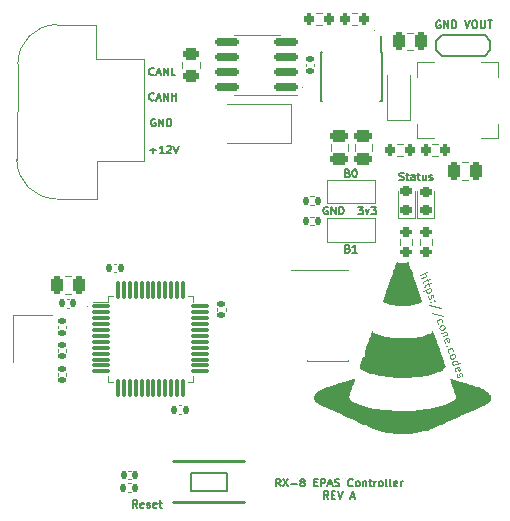
<source format=gbr>
%TF.GenerationSoftware,KiCad,Pcbnew,(6.0.2-0)*%
%TF.CreationDate,2022-05-22T12:16:40-06:00*%
%TF.ProjectId,epas-controller,65706173-2d63-46f6-9e74-726f6c6c6572,rev?*%
%TF.SameCoordinates,Original*%
%TF.FileFunction,Legend,Top*%
%TF.FilePolarity,Positive*%
%FSLAX46Y46*%
G04 Gerber Fmt 4.6, Leading zero omitted, Abs format (unit mm)*
G04 Created by KiCad (PCBNEW (6.0.2-0)) date 2022-05-22 12:16:40*
%MOMM*%
%LPD*%
G01*
G04 APERTURE LIST*
G04 Aperture macros list*
%AMRoundRect*
0 Rectangle with rounded corners*
0 $1 Rounding radius*
0 $2 $3 $4 $5 $6 $7 $8 $9 X,Y pos of 4 corners*
0 Add a 4 corners polygon primitive as box body*
4,1,4,$2,$3,$4,$5,$6,$7,$8,$9,$2,$3,0*
0 Add four circle primitives for the rounded corners*
1,1,$1+$1,$2,$3*
1,1,$1+$1,$4,$5*
1,1,$1+$1,$6,$7*
1,1,$1+$1,$8,$9*
0 Add four rect primitives between the rounded corners*
20,1,$1+$1,$2,$3,$4,$5,0*
20,1,$1+$1,$4,$5,$6,$7,0*
20,1,$1+$1,$6,$7,$8,$9,0*
20,1,$1+$1,$8,$9,$2,$3,0*%
G04 Aperture macros list end*
%ADD10C,0.125000*%
%ADD11C,0.120000*%
%ADD12C,0.150000*%
%ADD13C,0.254000*%
%ADD14C,0.127000*%
%ADD15RoundRect,0.140000X-0.170000X0.140000X-0.170000X-0.140000X0.170000X-0.140000X0.170000X0.140000X0*%
%ADD16RoundRect,0.075000X-0.662500X-0.075000X0.662500X-0.075000X0.662500X0.075000X-0.662500X0.075000X0*%
%ADD17RoundRect,0.075000X-0.075000X-0.662500X0.075000X-0.662500X0.075000X0.662500X-0.075000X0.662500X0*%
%ADD18R,1.200000X1.400000*%
%ADD19RoundRect,0.140000X0.170000X-0.140000X0.170000X0.140000X-0.170000X0.140000X-0.170000X-0.140000X0*%
%ADD20R,2.400000X0.740000*%
%ADD21RoundRect,0.250000X0.250000X0.475000X-0.250000X0.475000X-0.250000X-0.475000X0.250000X-0.475000X0*%
%ADD22RoundRect,0.140000X0.140000X0.170000X-0.140000X0.170000X-0.140000X-0.170000X0.140000X-0.170000X0*%
%ADD23RoundRect,0.250000X-0.250000X-0.475000X0.250000X-0.475000X0.250000X0.475000X-0.250000X0.475000X0*%
%ADD24RoundRect,0.135000X0.135000X0.185000X-0.135000X0.185000X-0.135000X-0.185000X0.135000X-0.185000X0*%
%ADD25RoundRect,0.218750X0.256250X-0.218750X0.256250X0.218750X-0.256250X0.218750X-0.256250X-0.218750X0*%
%ADD26R,1.600000X5.700000*%
%ADD27RoundRect,0.250000X0.450000X-0.262500X0.450000X0.262500X-0.450000X0.262500X-0.450000X-0.262500X0*%
%ADD28RoundRect,0.140000X-0.140000X-0.170000X0.140000X-0.170000X0.140000X0.170000X-0.140000X0.170000X0*%
%ADD29RoundRect,0.200000X-0.200000X-0.275000X0.200000X-0.275000X0.200000X0.275000X-0.200000X0.275000X0*%
%ADD30C,0.800000*%
%ADD31C,6.400000*%
%ADD32R,1.000000X1.500000*%
%ADD33RoundRect,0.200000X-0.275000X0.200000X-0.275000X-0.200000X0.275000X-0.200000X0.275000X0.200000X0*%
%ADD34R,1.100000X1.100000*%
%ADD35C,1.400000*%
%ADD36C,1.800000*%
%ADD37C,4.000000*%
%ADD38R,2.000000X2.000000*%
%ADD39RoundRect,0.250000X-0.475000X0.250000X-0.475000X-0.250000X0.475000X-0.250000X0.475000X0.250000X0*%
%ADD40R,2.500000X1.800000*%
%ADD41R,0.600000X1.550000*%
%ADD42R,3.100000X2.600000*%
%ADD43RoundRect,0.150000X0.825000X0.150000X-0.825000X0.150000X-0.825000X-0.150000X0.825000X-0.150000X0*%
G04 APERTURE END LIST*
D10*
X51896321Y-41416797D02*
X52507121Y-41194484D01*
X51991598Y-41678568D02*
X52311541Y-41562119D01*
X52359126Y-41511860D01*
X52367039Y-41443102D01*
X52335280Y-41355845D01*
X52285022Y-41308260D01*
X52245349Y-41289761D01*
X52472902Y-41733960D02*
X52557593Y-41966645D01*
X52708261Y-41747112D02*
X52184718Y-41937667D01*
X52137133Y-41987925D01*
X52129220Y-42056683D01*
X52150393Y-42114854D01*
X52599938Y-42082988D02*
X52684629Y-42315674D01*
X52835297Y-42096141D02*
X52311754Y-42286695D01*
X52264169Y-42336954D01*
X52256256Y-42405711D01*
X52277429Y-42463883D01*
X52758733Y-42519274D02*
X52147933Y-42741587D01*
X52729648Y-42529861D02*
X52779906Y-42577446D01*
X52822251Y-42693789D01*
X52814338Y-42762546D01*
X52795839Y-42802218D01*
X52748254Y-42852477D01*
X52573740Y-42915995D01*
X52504982Y-42908082D01*
X52465310Y-42889582D01*
X52415051Y-42841997D01*
X52372706Y-42725654D01*
X52380619Y-42656897D01*
X52571173Y-43180440D02*
X52563260Y-43249197D01*
X52605605Y-43365540D01*
X52655864Y-43413125D01*
X52724622Y-43421039D01*
X52753707Y-43410452D01*
X52801292Y-43360194D01*
X52809205Y-43291436D01*
X52777446Y-43204179D01*
X52785360Y-43135421D01*
X52832945Y-43085163D01*
X52862030Y-43074576D01*
X52930788Y-43082489D01*
X52981047Y-43130074D01*
X53012806Y-43217332D01*
X53004893Y-43286089D01*
X52790813Y-43693396D02*
X52772314Y-43733068D01*
X52732641Y-43714569D01*
X52751141Y-43674897D01*
X52790813Y-43693396D01*
X52732641Y-43714569D01*
X53110756Y-43576947D02*
X53092257Y-43616619D01*
X53052584Y-43598119D01*
X53071084Y-43558447D01*
X53110756Y-43576947D01*
X53052584Y-43598119D01*
X53637186Y-44208813D02*
X52661317Y-43971101D01*
X53870085Y-44848699D02*
X52894217Y-44610987D01*
X53428666Y-45536383D02*
X53378408Y-45488798D01*
X53336063Y-45372455D01*
X53343976Y-45303698D01*
X53362475Y-45264025D01*
X53410060Y-45213767D01*
X53584575Y-45150249D01*
X53653332Y-45158162D01*
X53693004Y-45176661D01*
X53743263Y-45224247D01*
X53785608Y-45340589D01*
X53777695Y-45409347D01*
X53526617Y-45895998D02*
X53534530Y-45827241D01*
X53553029Y-45787568D01*
X53600614Y-45737310D01*
X53775129Y-45673792D01*
X53843886Y-45681705D01*
X53883559Y-45700204D01*
X53933817Y-45747790D01*
X53965576Y-45835047D01*
X53957663Y-45903805D01*
X53939164Y-45943477D01*
X53891578Y-45993735D01*
X53717064Y-46057253D01*
X53648306Y-46049340D01*
X53608634Y-46030841D01*
X53558376Y-45983256D01*
X53526617Y-45895998D01*
X54103198Y-46213161D02*
X53695998Y-46361370D01*
X54045027Y-46234334D02*
X54084699Y-46252833D01*
X54134957Y-46300418D01*
X54166716Y-46387676D01*
X54158803Y-46456433D01*
X54111218Y-46506692D01*
X53791275Y-46623141D01*
X54010915Y-47136098D02*
X53960657Y-47088513D01*
X53918311Y-46972170D01*
X53926224Y-46903412D01*
X53973809Y-46853154D01*
X54206495Y-46768463D01*
X54275253Y-46776376D01*
X54325511Y-46823961D01*
X54367857Y-46940304D01*
X54359944Y-47009062D01*
X54312359Y-47059320D01*
X54254187Y-47080493D01*
X54090152Y-46810809D01*
X54145864Y-47416369D02*
X54127365Y-47456041D01*
X54087693Y-47437542D01*
X54106192Y-47397870D01*
X54145864Y-47416369D01*
X54087693Y-47437542D01*
X54317919Y-47979584D02*
X54267660Y-47931999D01*
X54225315Y-47815656D01*
X54233228Y-47746898D01*
X54251728Y-47707226D01*
X54299313Y-47656968D01*
X54473827Y-47593450D01*
X54542585Y-47601363D01*
X54582257Y-47619862D01*
X54632515Y-47667447D01*
X54674861Y-47783790D01*
X54666948Y-47852548D01*
X54415869Y-48339199D02*
X54423782Y-48270441D01*
X54442282Y-48230769D01*
X54489867Y-48180511D01*
X54664381Y-48116993D01*
X54733139Y-48124906D01*
X54772811Y-48143405D01*
X54823069Y-48190990D01*
X54854828Y-48278248D01*
X54846915Y-48347005D01*
X54828416Y-48386677D01*
X54780831Y-48436936D01*
X54606316Y-48500454D01*
X54537559Y-48492541D01*
X54497887Y-48474041D01*
X54447628Y-48426456D01*
X54415869Y-48339199D01*
X54680528Y-49066342D02*
X55291328Y-48844029D01*
X54709613Y-49055756D02*
X54659355Y-49008171D01*
X54617010Y-48891828D01*
X54624923Y-48823070D01*
X54643422Y-48783398D01*
X54691007Y-48733140D01*
X54865521Y-48669622D01*
X54934279Y-48677535D01*
X54973951Y-48696034D01*
X55024210Y-48743619D01*
X55066555Y-48859962D01*
X55058642Y-48928720D01*
X54900167Y-49579299D02*
X54849909Y-49531714D01*
X54807564Y-49415371D01*
X54815477Y-49346613D01*
X54863062Y-49296355D01*
X55095748Y-49211664D01*
X55164505Y-49219577D01*
X55214764Y-49267162D01*
X55257109Y-49383505D01*
X55249196Y-49452263D01*
X55201611Y-49502521D01*
X55143440Y-49523694D01*
X54979405Y-49254009D01*
X54995444Y-49841070D02*
X54987531Y-49909828D01*
X55029877Y-50026171D01*
X55080135Y-50073756D01*
X55148893Y-50081669D01*
X55177979Y-50071083D01*
X55225564Y-50020825D01*
X55233477Y-49952067D01*
X55201718Y-49864810D01*
X55209631Y-49796052D01*
X55257216Y-49745793D01*
X55286302Y-49735207D01*
X55355059Y-49743120D01*
X55405318Y-49790705D01*
X55437077Y-49877962D01*
X55429164Y-49946720D01*
D11*
X23775000Y-44075000D02*
G75*
G03*
X23775000Y-44075000I-50000J0D01*
G01*
X41975000Y-25525000D02*
G75*
G03*
X41975000Y-25525000I-50000J0D01*
G01*
X40375000Y-41650000D02*
G75*
G03*
X40375000Y-41650000I-50000J0D01*
G01*
X48025000Y-20700000D02*
G75*
G03*
X48025000Y-20700000I-50000J0D01*
G01*
D12*
X29054761Y-30871428D02*
X29550000Y-30871428D01*
X29302380Y-31119047D02*
X29302380Y-30623809D01*
X30200000Y-31119047D02*
X29828571Y-31119047D01*
X30014285Y-31119047D02*
X30014285Y-30469047D01*
X29952380Y-30561904D01*
X29890476Y-30623809D01*
X29828571Y-30654761D01*
X30447619Y-30530952D02*
X30478571Y-30500000D01*
X30540476Y-30469047D01*
X30695238Y-30469047D01*
X30757142Y-30500000D01*
X30788095Y-30530952D01*
X30819047Y-30592857D01*
X30819047Y-30654761D01*
X30788095Y-30747619D01*
X30416666Y-31119047D01*
X30819047Y-31119047D01*
X31004761Y-30469047D02*
X31221428Y-31119047D01*
X31438095Y-30469047D01*
X45761904Y-39178571D02*
X45854761Y-39209523D01*
X45885714Y-39240476D01*
X45916666Y-39302380D01*
X45916666Y-39395238D01*
X45885714Y-39457142D01*
X45854761Y-39488095D01*
X45792857Y-39519047D01*
X45545238Y-39519047D01*
X45545238Y-38869047D01*
X45761904Y-38869047D01*
X45823809Y-38900000D01*
X45854761Y-38930952D01*
X45885714Y-38992857D01*
X45885714Y-39054761D01*
X45854761Y-39116666D01*
X45823809Y-39147619D01*
X45761904Y-39178571D01*
X45545238Y-39178571D01*
X46535714Y-39519047D02*
X46164285Y-39519047D01*
X46350000Y-39519047D02*
X46350000Y-38869047D01*
X46288095Y-38961904D01*
X46226190Y-39023809D01*
X46164285Y-39054761D01*
X50141666Y-33363095D02*
X50234523Y-33394047D01*
X50389285Y-33394047D01*
X50451190Y-33363095D01*
X50482142Y-33332142D01*
X50513095Y-33270238D01*
X50513095Y-33208333D01*
X50482142Y-33146428D01*
X50451190Y-33115476D01*
X50389285Y-33084523D01*
X50265476Y-33053571D01*
X50203571Y-33022619D01*
X50172619Y-32991666D01*
X50141666Y-32929761D01*
X50141666Y-32867857D01*
X50172619Y-32805952D01*
X50203571Y-32775000D01*
X50265476Y-32744047D01*
X50420238Y-32744047D01*
X50513095Y-32775000D01*
X50698809Y-32960714D02*
X50946428Y-32960714D01*
X50791666Y-32744047D02*
X50791666Y-33301190D01*
X50822619Y-33363095D01*
X50884523Y-33394047D01*
X50946428Y-33394047D01*
X51441666Y-33394047D02*
X51441666Y-33053571D01*
X51410714Y-32991666D01*
X51348809Y-32960714D01*
X51225000Y-32960714D01*
X51163095Y-32991666D01*
X51441666Y-33363095D02*
X51379761Y-33394047D01*
X51225000Y-33394047D01*
X51163095Y-33363095D01*
X51132142Y-33301190D01*
X51132142Y-33239285D01*
X51163095Y-33177380D01*
X51225000Y-33146428D01*
X51379761Y-33146428D01*
X51441666Y-33115476D01*
X51658333Y-32960714D02*
X51905952Y-32960714D01*
X51751190Y-32744047D02*
X51751190Y-33301190D01*
X51782142Y-33363095D01*
X51844047Y-33394047D01*
X51905952Y-33394047D01*
X52401190Y-32960714D02*
X52401190Y-33394047D01*
X52122619Y-32960714D02*
X52122619Y-33301190D01*
X52153571Y-33363095D01*
X52215476Y-33394047D01*
X52308333Y-33394047D01*
X52370238Y-33363095D01*
X52401190Y-33332142D01*
X52679761Y-33363095D02*
X52741666Y-33394047D01*
X52865476Y-33394047D01*
X52927380Y-33363095D01*
X52958333Y-33301190D01*
X52958333Y-33270238D01*
X52927380Y-33208333D01*
X52865476Y-33177380D01*
X52772619Y-33177380D01*
X52710714Y-33146428D01*
X52679761Y-33084523D01*
X52679761Y-33053571D01*
X52710714Y-32991666D01*
X52772619Y-32960714D01*
X52865476Y-32960714D01*
X52927380Y-32991666D01*
X44054761Y-35675000D02*
X43992857Y-35644047D01*
X43900000Y-35644047D01*
X43807142Y-35675000D01*
X43745238Y-35736904D01*
X43714285Y-35798809D01*
X43683333Y-35922619D01*
X43683333Y-36015476D01*
X43714285Y-36139285D01*
X43745238Y-36201190D01*
X43807142Y-36263095D01*
X43900000Y-36294047D01*
X43961904Y-36294047D01*
X44054761Y-36263095D01*
X44085714Y-36232142D01*
X44085714Y-36015476D01*
X43961904Y-36015476D01*
X44364285Y-36294047D02*
X44364285Y-35644047D01*
X44735714Y-36294047D01*
X44735714Y-35644047D01*
X45045238Y-36294047D02*
X45045238Y-35644047D01*
X45200000Y-35644047D01*
X45292857Y-35675000D01*
X45354761Y-35736904D01*
X45385714Y-35798809D01*
X45416666Y-35922619D01*
X45416666Y-36015476D01*
X45385714Y-36139285D01*
X45354761Y-36201190D01*
X45292857Y-36263095D01*
X45200000Y-36294047D01*
X45045238Y-36294047D01*
X45761904Y-32778571D02*
X45854761Y-32809523D01*
X45885714Y-32840476D01*
X45916666Y-32902380D01*
X45916666Y-32995238D01*
X45885714Y-33057142D01*
X45854761Y-33088095D01*
X45792857Y-33119047D01*
X45545238Y-33119047D01*
X45545238Y-32469047D01*
X45761904Y-32469047D01*
X45823809Y-32500000D01*
X45854761Y-32530952D01*
X45885714Y-32592857D01*
X45885714Y-32654761D01*
X45854761Y-32716666D01*
X45823809Y-32747619D01*
X45761904Y-32778571D01*
X45545238Y-32778571D01*
X46319047Y-32469047D02*
X46380952Y-32469047D01*
X46442857Y-32500000D01*
X46473809Y-32530952D01*
X46504761Y-32592857D01*
X46535714Y-32716666D01*
X46535714Y-32871428D01*
X46504761Y-32995238D01*
X46473809Y-33057142D01*
X46442857Y-33088095D01*
X46380952Y-33119047D01*
X46319047Y-33119047D01*
X46257142Y-33088095D01*
X46226190Y-33057142D01*
X46195238Y-32995238D01*
X46164285Y-32871428D01*
X46164285Y-32716666D01*
X46195238Y-32592857D01*
X46226190Y-32530952D01*
X46257142Y-32500000D01*
X46319047Y-32469047D01*
X40088095Y-59320797D02*
X39871428Y-59011273D01*
X39716666Y-59320797D02*
X39716666Y-58670797D01*
X39964285Y-58670797D01*
X40026190Y-58701750D01*
X40057142Y-58732702D01*
X40088095Y-58794607D01*
X40088095Y-58887464D01*
X40057142Y-58949369D01*
X40026190Y-58980321D01*
X39964285Y-59011273D01*
X39716666Y-59011273D01*
X40304761Y-58670797D02*
X40738095Y-59320797D01*
X40738095Y-58670797D02*
X40304761Y-59320797D01*
X40985714Y-59073178D02*
X41480952Y-59073178D01*
X41883333Y-58949369D02*
X41821428Y-58918416D01*
X41790476Y-58887464D01*
X41759523Y-58825559D01*
X41759523Y-58794607D01*
X41790476Y-58732702D01*
X41821428Y-58701750D01*
X41883333Y-58670797D01*
X42007142Y-58670797D01*
X42069047Y-58701750D01*
X42100000Y-58732702D01*
X42130952Y-58794607D01*
X42130952Y-58825559D01*
X42100000Y-58887464D01*
X42069047Y-58918416D01*
X42007142Y-58949369D01*
X41883333Y-58949369D01*
X41821428Y-58980321D01*
X41790476Y-59011273D01*
X41759523Y-59073178D01*
X41759523Y-59196988D01*
X41790476Y-59258892D01*
X41821428Y-59289845D01*
X41883333Y-59320797D01*
X42007142Y-59320797D01*
X42069047Y-59289845D01*
X42100000Y-59258892D01*
X42130952Y-59196988D01*
X42130952Y-59073178D01*
X42100000Y-59011273D01*
X42069047Y-58980321D01*
X42007142Y-58949369D01*
X42904761Y-58980321D02*
X43121428Y-58980321D01*
X43214285Y-59320797D02*
X42904761Y-59320797D01*
X42904761Y-58670797D01*
X43214285Y-58670797D01*
X43492857Y-59320797D02*
X43492857Y-58670797D01*
X43740476Y-58670797D01*
X43802380Y-58701750D01*
X43833333Y-58732702D01*
X43864285Y-58794607D01*
X43864285Y-58887464D01*
X43833333Y-58949369D01*
X43802380Y-58980321D01*
X43740476Y-59011273D01*
X43492857Y-59011273D01*
X44111904Y-59135083D02*
X44421428Y-59135083D01*
X44050000Y-59320797D02*
X44266666Y-58670797D01*
X44483333Y-59320797D01*
X44669047Y-59289845D02*
X44761904Y-59320797D01*
X44916666Y-59320797D01*
X44978571Y-59289845D01*
X45009523Y-59258892D01*
X45040476Y-59196988D01*
X45040476Y-59135083D01*
X45009523Y-59073178D01*
X44978571Y-59042226D01*
X44916666Y-59011273D01*
X44792857Y-58980321D01*
X44730952Y-58949369D01*
X44700000Y-58918416D01*
X44669047Y-58856511D01*
X44669047Y-58794607D01*
X44700000Y-58732702D01*
X44730952Y-58701750D01*
X44792857Y-58670797D01*
X44947619Y-58670797D01*
X45040476Y-58701750D01*
X46185714Y-59258892D02*
X46154761Y-59289845D01*
X46061904Y-59320797D01*
X46000000Y-59320797D01*
X45907142Y-59289845D01*
X45845238Y-59227940D01*
X45814285Y-59166035D01*
X45783333Y-59042226D01*
X45783333Y-58949369D01*
X45814285Y-58825559D01*
X45845238Y-58763654D01*
X45907142Y-58701750D01*
X46000000Y-58670797D01*
X46061904Y-58670797D01*
X46154761Y-58701750D01*
X46185714Y-58732702D01*
X46557142Y-59320797D02*
X46495238Y-59289845D01*
X46464285Y-59258892D01*
X46433333Y-59196988D01*
X46433333Y-59011273D01*
X46464285Y-58949369D01*
X46495238Y-58918416D01*
X46557142Y-58887464D01*
X46650000Y-58887464D01*
X46711904Y-58918416D01*
X46742857Y-58949369D01*
X46773809Y-59011273D01*
X46773809Y-59196988D01*
X46742857Y-59258892D01*
X46711904Y-59289845D01*
X46650000Y-59320797D01*
X46557142Y-59320797D01*
X47052380Y-58887464D02*
X47052380Y-59320797D01*
X47052380Y-58949369D02*
X47083333Y-58918416D01*
X47145238Y-58887464D01*
X47238095Y-58887464D01*
X47300000Y-58918416D01*
X47330952Y-58980321D01*
X47330952Y-59320797D01*
X47547619Y-58887464D02*
X47795238Y-58887464D01*
X47640476Y-58670797D02*
X47640476Y-59227940D01*
X47671428Y-59289845D01*
X47733333Y-59320797D01*
X47795238Y-59320797D01*
X48011904Y-59320797D02*
X48011904Y-58887464D01*
X48011904Y-59011273D02*
X48042857Y-58949369D01*
X48073809Y-58918416D01*
X48135714Y-58887464D01*
X48197619Y-58887464D01*
X48507142Y-59320797D02*
X48445238Y-59289845D01*
X48414285Y-59258892D01*
X48383333Y-59196988D01*
X48383333Y-59011273D01*
X48414285Y-58949369D01*
X48445238Y-58918416D01*
X48507142Y-58887464D01*
X48600000Y-58887464D01*
X48661904Y-58918416D01*
X48692857Y-58949369D01*
X48723809Y-59011273D01*
X48723809Y-59196988D01*
X48692857Y-59258892D01*
X48661904Y-59289845D01*
X48600000Y-59320797D01*
X48507142Y-59320797D01*
X49095238Y-59320797D02*
X49033333Y-59289845D01*
X49002380Y-59227940D01*
X49002380Y-58670797D01*
X49435714Y-59320797D02*
X49373809Y-59289845D01*
X49342857Y-59227940D01*
X49342857Y-58670797D01*
X49930952Y-59289845D02*
X49869047Y-59320797D01*
X49745238Y-59320797D01*
X49683333Y-59289845D01*
X49652380Y-59227940D01*
X49652380Y-58980321D01*
X49683333Y-58918416D01*
X49745238Y-58887464D01*
X49869047Y-58887464D01*
X49930952Y-58918416D01*
X49961904Y-58980321D01*
X49961904Y-59042226D01*
X49652380Y-59104130D01*
X50240476Y-59320797D02*
X50240476Y-58887464D01*
X50240476Y-59011273D02*
X50271428Y-58949369D01*
X50302380Y-58918416D01*
X50364285Y-58887464D01*
X50426190Y-58887464D01*
X44127380Y-60367297D02*
X43910714Y-60057773D01*
X43755952Y-60367297D02*
X43755952Y-59717297D01*
X44003571Y-59717297D01*
X44065476Y-59748250D01*
X44096428Y-59779202D01*
X44127380Y-59841107D01*
X44127380Y-59933964D01*
X44096428Y-59995869D01*
X44065476Y-60026821D01*
X44003571Y-60057773D01*
X43755952Y-60057773D01*
X44405952Y-60026821D02*
X44622619Y-60026821D01*
X44715476Y-60367297D02*
X44405952Y-60367297D01*
X44405952Y-59717297D01*
X44715476Y-59717297D01*
X44901190Y-59717297D02*
X45117857Y-60367297D01*
X45334523Y-59717297D01*
X46015476Y-60181583D02*
X46325000Y-60181583D01*
X45953571Y-60367297D02*
X46170238Y-59717297D01*
X46386904Y-60367297D01*
X29344047Y-26582142D02*
X29313095Y-26613095D01*
X29220238Y-26644047D01*
X29158333Y-26644047D01*
X29065476Y-26613095D01*
X29003571Y-26551190D01*
X28972619Y-26489285D01*
X28941666Y-26365476D01*
X28941666Y-26272619D01*
X28972619Y-26148809D01*
X29003571Y-26086904D01*
X29065476Y-26025000D01*
X29158333Y-25994047D01*
X29220238Y-25994047D01*
X29313095Y-26025000D01*
X29344047Y-26055952D01*
X29591666Y-26458333D02*
X29901190Y-26458333D01*
X29529761Y-26644047D02*
X29746428Y-25994047D01*
X29963095Y-26644047D01*
X30179761Y-26644047D02*
X30179761Y-25994047D01*
X30551190Y-26644047D01*
X30551190Y-25994047D01*
X30860714Y-26644047D02*
X30860714Y-25994047D01*
X30860714Y-26303571D02*
X31232142Y-26303571D01*
X31232142Y-26644047D02*
X31232142Y-25994047D01*
X29344047Y-24457142D02*
X29313095Y-24488095D01*
X29220238Y-24519047D01*
X29158333Y-24519047D01*
X29065476Y-24488095D01*
X29003571Y-24426190D01*
X28972619Y-24364285D01*
X28941666Y-24240476D01*
X28941666Y-24147619D01*
X28972619Y-24023809D01*
X29003571Y-23961904D01*
X29065476Y-23900000D01*
X29158333Y-23869047D01*
X29220238Y-23869047D01*
X29313095Y-23900000D01*
X29344047Y-23930952D01*
X29591666Y-24333333D02*
X29901190Y-24333333D01*
X29529761Y-24519047D02*
X29746428Y-23869047D01*
X29963095Y-24519047D01*
X30179761Y-24519047D02*
X30179761Y-23869047D01*
X30551190Y-24519047D01*
X30551190Y-23869047D01*
X31170238Y-24519047D02*
X30860714Y-24519047D01*
X30860714Y-23869047D01*
X27945238Y-61119047D02*
X27728571Y-60809523D01*
X27573809Y-61119047D02*
X27573809Y-60469047D01*
X27821428Y-60469047D01*
X27883333Y-60500000D01*
X27914285Y-60530952D01*
X27945238Y-60592857D01*
X27945238Y-60685714D01*
X27914285Y-60747619D01*
X27883333Y-60778571D01*
X27821428Y-60809523D01*
X27573809Y-60809523D01*
X28471428Y-61088095D02*
X28409523Y-61119047D01*
X28285714Y-61119047D01*
X28223809Y-61088095D01*
X28192857Y-61026190D01*
X28192857Y-60778571D01*
X28223809Y-60716666D01*
X28285714Y-60685714D01*
X28409523Y-60685714D01*
X28471428Y-60716666D01*
X28502380Y-60778571D01*
X28502380Y-60840476D01*
X28192857Y-60902380D01*
X28750000Y-61088095D02*
X28811904Y-61119047D01*
X28935714Y-61119047D01*
X28997619Y-61088095D01*
X29028571Y-61026190D01*
X29028571Y-60995238D01*
X28997619Y-60933333D01*
X28935714Y-60902380D01*
X28842857Y-60902380D01*
X28780952Y-60871428D01*
X28750000Y-60809523D01*
X28750000Y-60778571D01*
X28780952Y-60716666D01*
X28842857Y-60685714D01*
X28935714Y-60685714D01*
X28997619Y-60716666D01*
X29554761Y-61088095D02*
X29492857Y-61119047D01*
X29369047Y-61119047D01*
X29307142Y-61088095D01*
X29276190Y-61026190D01*
X29276190Y-60778571D01*
X29307142Y-60716666D01*
X29369047Y-60685714D01*
X29492857Y-60685714D01*
X29554761Y-60716666D01*
X29585714Y-60778571D01*
X29585714Y-60840476D01*
X29276190Y-60902380D01*
X29771428Y-60685714D02*
X30019047Y-60685714D01*
X29864285Y-60469047D02*
X29864285Y-61026190D01*
X29895238Y-61088095D01*
X29957142Y-61119047D01*
X30019047Y-61119047D01*
X55679761Y-19844047D02*
X55896428Y-20494047D01*
X56113095Y-19844047D01*
X56453571Y-19844047D02*
X56577380Y-19844047D01*
X56639285Y-19875000D01*
X56701190Y-19936904D01*
X56732142Y-20060714D01*
X56732142Y-20277380D01*
X56701190Y-20401190D01*
X56639285Y-20463095D01*
X56577380Y-20494047D01*
X56453571Y-20494047D01*
X56391666Y-20463095D01*
X56329761Y-20401190D01*
X56298809Y-20277380D01*
X56298809Y-20060714D01*
X56329761Y-19936904D01*
X56391666Y-19875000D01*
X56453571Y-19844047D01*
X57010714Y-19844047D02*
X57010714Y-20370238D01*
X57041666Y-20432142D01*
X57072619Y-20463095D01*
X57134523Y-20494047D01*
X57258333Y-20494047D01*
X57320238Y-20463095D01*
X57351190Y-20432142D01*
X57382142Y-20370238D01*
X57382142Y-19844047D01*
X57598809Y-19844047D02*
X57970238Y-19844047D01*
X57784523Y-20494047D02*
X57784523Y-19844047D01*
X53604761Y-19900000D02*
X53542857Y-19869047D01*
X53450000Y-19869047D01*
X53357142Y-19900000D01*
X53295238Y-19961904D01*
X53264285Y-20023809D01*
X53233333Y-20147619D01*
X53233333Y-20240476D01*
X53264285Y-20364285D01*
X53295238Y-20426190D01*
X53357142Y-20488095D01*
X53450000Y-20519047D01*
X53511904Y-20519047D01*
X53604761Y-20488095D01*
X53635714Y-20457142D01*
X53635714Y-20240476D01*
X53511904Y-20240476D01*
X53914285Y-20519047D02*
X53914285Y-19869047D01*
X54285714Y-20519047D01*
X54285714Y-19869047D01*
X54595238Y-20519047D02*
X54595238Y-19869047D01*
X54750000Y-19869047D01*
X54842857Y-19900000D01*
X54904761Y-19961904D01*
X54935714Y-20023809D01*
X54966666Y-20147619D01*
X54966666Y-20240476D01*
X54935714Y-20364285D01*
X54904761Y-20426190D01*
X54842857Y-20488095D01*
X54750000Y-20519047D01*
X54595238Y-20519047D01*
X29479761Y-28200000D02*
X29417857Y-28169047D01*
X29325000Y-28169047D01*
X29232142Y-28200000D01*
X29170238Y-28261904D01*
X29139285Y-28323809D01*
X29108333Y-28447619D01*
X29108333Y-28540476D01*
X29139285Y-28664285D01*
X29170238Y-28726190D01*
X29232142Y-28788095D01*
X29325000Y-28819047D01*
X29386904Y-28819047D01*
X29479761Y-28788095D01*
X29510714Y-28757142D01*
X29510714Y-28540476D01*
X29386904Y-28540476D01*
X29789285Y-28819047D02*
X29789285Y-28169047D01*
X30160714Y-28819047D01*
X30160714Y-28169047D01*
X30470238Y-28819047D02*
X30470238Y-28169047D01*
X30625000Y-28169047D01*
X30717857Y-28200000D01*
X30779761Y-28261904D01*
X30810714Y-28323809D01*
X30841666Y-28447619D01*
X30841666Y-28540476D01*
X30810714Y-28664285D01*
X30779761Y-28726190D01*
X30717857Y-28788095D01*
X30625000Y-28819047D01*
X30470238Y-28819047D01*
X46651190Y-35644047D02*
X47053571Y-35644047D01*
X46836904Y-35891666D01*
X46929761Y-35891666D01*
X46991666Y-35922619D01*
X47022619Y-35953571D01*
X47053571Y-36015476D01*
X47053571Y-36170238D01*
X47022619Y-36232142D01*
X46991666Y-36263095D01*
X46929761Y-36294047D01*
X46744047Y-36294047D01*
X46682142Y-36263095D01*
X46651190Y-36232142D01*
X47270238Y-35860714D02*
X47425000Y-36294047D01*
X47579761Y-35860714D01*
X47765476Y-35644047D02*
X48167857Y-35644047D01*
X47951190Y-35891666D01*
X48044047Y-35891666D01*
X48105952Y-35922619D01*
X48136904Y-35953571D01*
X48167857Y-36015476D01*
X48167857Y-36170238D01*
X48136904Y-36232142D01*
X48105952Y-36263095D01*
X48044047Y-36294047D01*
X47858333Y-36294047D01*
X47796428Y-36263095D01*
X47765476Y-36232142D01*
%TO.C,G\u002A\u002A\u002A*%
G36*
X46411739Y-50177018D02*
G01*
X46406740Y-50193079D01*
X46392391Y-50235265D01*
X46369660Y-50300816D01*
X46339519Y-50386968D01*
X46302936Y-50490959D01*
X46260883Y-50610028D01*
X46214329Y-50741412D01*
X46164244Y-50882349D01*
X46149939Y-50922528D01*
X46089383Y-51092595D01*
X46038432Y-51236373D01*
X45996478Y-51356499D01*
X45962912Y-51455608D01*
X45937125Y-51536338D01*
X45918506Y-51601326D01*
X45906447Y-51653206D01*
X45900339Y-51694618D01*
X45899572Y-51728195D01*
X45903537Y-51756576D01*
X45911625Y-51782397D01*
X45923227Y-51808294D01*
X45937732Y-51836904D01*
X45938356Y-51838126D01*
X45986902Y-51912033D01*
X46058232Y-51991755D01*
X46146669Y-52071656D01*
X46246540Y-52146099D01*
X46252351Y-52149988D01*
X46425203Y-52252141D01*
X46626187Y-52347998D01*
X46853363Y-52437322D01*
X47104793Y-52519875D01*
X47378536Y-52595421D01*
X47672653Y-52663723D01*
X47985204Y-52724544D01*
X48314249Y-52777646D01*
X48657849Y-52822793D01*
X49014064Y-52859749D01*
X49380955Y-52888274D01*
X49756581Y-52908134D01*
X50139003Y-52919091D01*
X50526282Y-52920907D01*
X50916478Y-52913346D01*
X51307651Y-52896171D01*
X51697862Y-52869145D01*
X51950147Y-52846175D01*
X52324347Y-52803361D01*
X52680038Y-52751694D01*
X53015844Y-52691544D01*
X53330392Y-52623287D01*
X53622307Y-52547293D01*
X53890213Y-52463938D01*
X54132737Y-52373592D01*
X54348504Y-52276630D01*
X54536139Y-52173424D01*
X54613040Y-52123672D01*
X54705478Y-52050950D01*
X54786719Y-51968544D01*
X54852881Y-51881752D01*
X54900080Y-51795870D01*
X54924434Y-51716193D01*
X54926616Y-51695966D01*
X54922392Y-51667509D01*
X54907870Y-51612719D01*
X54882925Y-51531216D01*
X54847435Y-51422626D01*
X54801277Y-51286572D01*
X54744326Y-51122677D01*
X54676461Y-50930564D01*
X54671726Y-50917250D01*
X54621457Y-50775254D01*
X54574804Y-50642077D01*
X54532702Y-50520497D01*
X54496091Y-50413286D01*
X54465907Y-50323221D01*
X54443088Y-50253076D01*
X54428571Y-50205627D01*
X54423295Y-50183648D01*
X54423474Y-50182500D01*
X54439118Y-50185491D01*
X54481451Y-50196799D01*
X54547867Y-50215630D01*
X54635763Y-50241190D01*
X54742535Y-50272684D01*
X54865579Y-50309317D01*
X55002291Y-50350296D01*
X55150066Y-50394826D01*
X55306301Y-50442113D01*
X55468392Y-50491362D01*
X55633735Y-50541779D01*
X55799725Y-50592570D01*
X55963759Y-50642940D01*
X56123233Y-50692094D01*
X56275543Y-50739239D01*
X56418084Y-50783580D01*
X56548253Y-50824323D01*
X56663446Y-50860673D01*
X56761059Y-50891836D01*
X56838487Y-50917017D01*
X56893126Y-50935423D01*
X56903043Y-50938916D01*
X57020706Y-50984768D01*
X57146207Y-51040305D01*
X57272077Y-51101721D01*
X57390846Y-51165207D01*
X57495047Y-51226956D01*
X57574891Y-51281406D01*
X57682806Y-51369271D01*
X57766359Y-51453057D01*
X57830364Y-51538161D01*
X57873098Y-51615788D01*
X57896961Y-51670112D01*
X57909945Y-51714480D01*
X57914505Y-51762134D01*
X57913095Y-51826317D01*
X57912896Y-51830522D01*
X57903473Y-51921721D01*
X57883597Y-51994336D01*
X57871174Y-52022727D01*
X57827436Y-52091210D01*
X57762135Y-52166437D01*
X57681578Y-52242336D01*
X57592074Y-52312830D01*
X57522126Y-52358945D01*
X57497096Y-52371864D01*
X57445876Y-52396464D01*
X57370288Y-52431923D01*
X57272156Y-52477419D01*
X57153303Y-52532134D01*
X57015552Y-52595244D01*
X56860727Y-52665930D01*
X56690649Y-52743370D01*
X56507144Y-52826743D01*
X56312033Y-52915229D01*
X56107140Y-53008007D01*
X55894288Y-53104255D01*
X55675300Y-53203153D01*
X55452000Y-53303880D01*
X55226209Y-53405614D01*
X54999753Y-53507535D01*
X54774453Y-53608822D01*
X54552133Y-53708654D01*
X54334616Y-53806211D01*
X54123726Y-53900670D01*
X53921285Y-53991211D01*
X53729116Y-54077014D01*
X53549043Y-54157257D01*
X53382888Y-54231119D01*
X53232476Y-54297779D01*
X53099628Y-54356417D01*
X52986169Y-54406212D01*
X52893921Y-54446342D01*
X52824708Y-54475987D01*
X52780352Y-54494325D01*
X52776560Y-54495815D01*
X52518048Y-54585902D01*
X52231882Y-54665890D01*
X51919486Y-54735454D01*
X51582283Y-54794271D01*
X51289275Y-54834132D01*
X51215812Y-54840900D01*
X51116601Y-54846996D01*
X50996565Y-54852354D01*
X50860625Y-54856907D01*
X50713704Y-54860587D01*
X50560724Y-54863329D01*
X50406608Y-54865064D01*
X50256278Y-54865727D01*
X50114657Y-54865250D01*
X49986667Y-54863567D01*
X49877229Y-54860611D01*
X49791267Y-54856315D01*
X49770797Y-54854755D01*
X49421624Y-54817680D01*
X49085172Y-54767052D01*
X48764836Y-54703611D01*
X48464012Y-54628100D01*
X48186096Y-54541260D01*
X47983901Y-54464691D01*
X47951642Y-54450871D01*
X47893645Y-54425460D01*
X47811782Y-54389298D01*
X47707930Y-54343226D01*
X47583961Y-54288086D01*
X47441751Y-54224717D01*
X47283173Y-54153961D01*
X47110104Y-54076659D01*
X46924415Y-53993651D01*
X46727984Y-53905778D01*
X46522683Y-53813881D01*
X46310387Y-53718802D01*
X46092971Y-53621379D01*
X45872309Y-53522456D01*
X45650275Y-53422872D01*
X45428745Y-53323468D01*
X45209591Y-53225085D01*
X44994690Y-53128564D01*
X44785915Y-53034746D01*
X44585141Y-52944472D01*
X44394242Y-52858582D01*
X44215092Y-52777917D01*
X44049567Y-52703318D01*
X43899540Y-52635626D01*
X43766886Y-52575682D01*
X43653480Y-52524327D01*
X43561195Y-52482400D01*
X43491907Y-52450745D01*
X43447489Y-52430200D01*
X43432541Y-52423052D01*
X43295277Y-52345273D01*
X43173036Y-52257921D01*
X43070155Y-52164714D01*
X42990968Y-52069371D01*
X42958577Y-52016411D01*
X42939654Y-51974248D01*
X42928628Y-51929766D01*
X42923604Y-51872538D01*
X42922643Y-51818671D01*
X42923941Y-51748307D01*
X42929856Y-51696580D01*
X42942772Y-51651535D01*
X42965070Y-51601215D01*
X42966611Y-51598066D01*
X43020035Y-51512690D01*
X43097090Y-51422476D01*
X43192492Y-51332834D01*
X43300959Y-51249172D01*
X43320245Y-51235983D01*
X43412786Y-51178987D01*
X43525670Y-51117486D01*
X43649879Y-51055858D01*
X43776395Y-50998481D01*
X43896198Y-50949736D01*
X43949964Y-50930243D01*
X44000195Y-50913486D01*
X44073560Y-50889789D01*
X44167465Y-50859944D01*
X44279312Y-50824747D01*
X44406508Y-50784991D01*
X44546456Y-50741470D01*
X44696562Y-50694980D01*
X44854229Y-50646312D01*
X45016863Y-50596263D01*
X45181868Y-50545625D01*
X45346650Y-50495194D01*
X45508611Y-50445762D01*
X45665158Y-50398125D01*
X45813694Y-50353076D01*
X45951625Y-50311409D01*
X46076354Y-50273919D01*
X46185288Y-50241399D01*
X46275829Y-50214644D01*
X46345384Y-50194448D01*
X46391356Y-50181604D01*
X46411150Y-50176908D01*
X46411739Y-50177018D01*
G37*
G36*
X53000841Y-46161298D02*
G01*
X53008460Y-46182716D01*
X53025668Y-46230998D01*
X53051742Y-46304119D01*
X53085958Y-46400051D01*
X53127595Y-46516769D01*
X53175929Y-46652245D01*
X53230237Y-46804453D01*
X53289796Y-46971367D01*
X53353883Y-47150959D01*
X53421775Y-47341205D01*
X53492749Y-47540076D01*
X53534552Y-47657204D01*
X53606606Y-47859288D01*
X53675669Y-48053370D01*
X53741047Y-48237480D01*
X53802049Y-48409649D01*
X53857980Y-48567908D01*
X53908147Y-48710289D01*
X53951859Y-48834821D01*
X53988420Y-48939535D01*
X54017140Y-49022464D01*
X54037323Y-49081638D01*
X54048278Y-49115087D01*
X54050133Y-49121999D01*
X54043883Y-49145506D01*
X54027567Y-49187139D01*
X54006430Y-49234191D01*
X53945512Y-49329186D01*
X53855316Y-49420699D01*
X53737081Y-49508356D01*
X53592049Y-49591782D01*
X53421459Y-49670604D01*
X53226551Y-49744447D01*
X53008566Y-49812936D01*
X52768744Y-49875698D01*
X52508326Y-49932357D01*
X52228551Y-49982541D01*
X51930659Y-50025874D01*
X51615891Y-50061982D01*
X51285488Y-50090491D01*
X51135894Y-50100506D01*
X51063202Y-50103849D01*
X50965493Y-50106712D01*
X50848012Y-50109075D01*
X50716008Y-50110919D01*
X50574727Y-50112221D01*
X50429416Y-50112963D01*
X50285323Y-50113123D01*
X50147694Y-50112681D01*
X50021777Y-50111617D01*
X49912819Y-50109910D01*
X49826066Y-50107541D01*
X49786135Y-50105752D01*
X49443725Y-50081841D01*
X49113730Y-50049240D01*
X48797940Y-50008381D01*
X48498143Y-49959695D01*
X48216129Y-49903612D01*
X47953686Y-49840565D01*
X47712604Y-49770984D01*
X47494673Y-49695299D01*
X47301680Y-49613944D01*
X47135415Y-49527347D01*
X46997668Y-49435941D01*
X46993709Y-49432909D01*
X46898497Y-49345704D01*
X46830114Y-49252022D01*
X46795074Y-49170820D01*
X46792213Y-49160308D01*
X46790397Y-49148966D01*
X46790191Y-49135087D01*
X46792160Y-49116963D01*
X46796867Y-49092885D01*
X46804879Y-49061146D01*
X46816759Y-49020036D01*
X46833071Y-48967849D01*
X46854381Y-48902875D01*
X46881252Y-48823407D01*
X46914250Y-48727737D01*
X46953939Y-48614157D01*
X47000883Y-48480958D01*
X47055647Y-48326432D01*
X47118796Y-48148872D01*
X47190894Y-47946569D01*
X47272506Y-47717815D01*
X47310397Y-47611642D01*
X47396233Y-47371169D01*
X47472378Y-47157998D01*
X47539444Y-46970535D01*
X47598044Y-46807187D01*
X47648790Y-46666362D01*
X47692293Y-46546466D01*
X47729167Y-46445906D01*
X47760023Y-46363090D01*
X47785474Y-46296425D01*
X47806131Y-46244317D01*
X47822608Y-46205173D01*
X47835515Y-46177401D01*
X47845466Y-46159407D01*
X47853072Y-46149598D01*
X47858946Y-46146382D01*
X47863700Y-46148165D01*
X47867947Y-46153355D01*
X47869735Y-46156182D01*
X47928201Y-46228534D01*
X48013366Y-46301395D01*
X48121390Y-46372375D01*
X48248433Y-46439088D01*
X48390654Y-46499145D01*
X48462031Y-46524522D01*
X48700077Y-46594269D01*
X48962732Y-46653154D01*
X49245873Y-46701060D01*
X49545378Y-46737870D01*
X49857123Y-46763469D01*
X50176985Y-46777739D01*
X50500841Y-46780565D01*
X50824567Y-46771829D01*
X51144042Y-46751416D01*
X51455142Y-46719209D01*
X51753743Y-46675091D01*
X52010169Y-46624710D01*
X52218826Y-46572412D01*
X52405572Y-46513588D01*
X52568859Y-46448980D01*
X52707137Y-46379331D01*
X52818859Y-46305381D01*
X52902476Y-46227873D01*
X52938563Y-46179887D01*
X52982724Y-46110023D01*
X53000841Y-46161298D01*
G37*
G36*
X49945167Y-40277335D02*
G01*
X49968281Y-40297798D01*
X49998113Y-40317707D01*
X50047398Y-40340854D01*
X50105961Y-40362517D01*
X50111437Y-40364263D01*
X50163385Y-40379116D01*
X50212916Y-40389145D01*
X50268100Y-40395202D01*
X50337005Y-40398141D01*
X50427702Y-40398815D01*
X50438007Y-40398792D01*
X50586982Y-40393693D01*
X50706819Y-40379338D01*
X50797481Y-40355736D01*
X50858930Y-40322892D01*
X50864578Y-40318117D01*
X50888057Y-40302481D01*
X50902778Y-40310303D01*
X50904617Y-40313100D01*
X50911284Y-40329905D01*
X50927553Y-40373763D01*
X50952757Y-40442817D01*
X50986230Y-40535213D01*
X51027305Y-40649095D01*
X51075318Y-40782609D01*
X51129602Y-40933899D01*
X51189489Y-41101110D01*
X51254316Y-41282387D01*
X51323415Y-41475875D01*
X51396120Y-41679719D01*
X51471765Y-41892063D01*
X51495001Y-41957337D01*
X52073123Y-43581735D01*
X52046757Y-43637297D01*
X52001434Y-43699723D01*
X51927114Y-43758877D01*
X51825357Y-43814152D01*
X51697729Y-43864938D01*
X51545790Y-43910627D01*
X51371104Y-43950611D01*
X51175232Y-43984281D01*
X51144172Y-43988742D01*
X51085766Y-43995651D01*
X51006967Y-44003165D01*
X50913699Y-44010897D01*
X50811888Y-44018462D01*
X50707460Y-44025475D01*
X50606340Y-44031550D01*
X50514453Y-44036300D01*
X50437725Y-44039342D01*
X50382081Y-44040288D01*
X50361316Y-44039692D01*
X50335456Y-44038156D01*
X50285378Y-44035381D01*
X50217498Y-44031716D01*
X50138235Y-44027510D01*
X50108237Y-44025935D01*
X49886576Y-44009745D01*
X49679176Y-43985465D01*
X49487985Y-43953695D01*
X49314950Y-43915036D01*
X49162021Y-43870086D01*
X49031145Y-43819447D01*
X48924270Y-43763719D01*
X48843346Y-43703502D01*
X48790320Y-43639396D01*
X48778816Y-43616399D01*
X48775662Y-43607909D01*
X48773602Y-43598224D01*
X48773173Y-43585730D01*
X48774912Y-43568814D01*
X48779355Y-43545861D01*
X48787041Y-43515258D01*
X48798504Y-43475392D01*
X48814283Y-43424648D01*
X48834914Y-43361412D01*
X48860934Y-43284072D01*
X48892879Y-43191014D01*
X48931287Y-43080623D01*
X48976694Y-42951286D01*
X49029638Y-42801389D01*
X49090654Y-42629319D01*
X49160281Y-42433461D01*
X49239054Y-42212203D01*
X49327510Y-41963930D01*
X49342951Y-41920601D01*
X49419756Y-41705129D01*
X49493691Y-41497815D01*
X49564106Y-41300480D01*
X49630347Y-41114945D01*
X49691765Y-40943032D01*
X49747707Y-40786561D01*
X49797521Y-40647354D01*
X49840557Y-40527232D01*
X49876163Y-40428017D01*
X49903686Y-40351529D01*
X49922477Y-40299590D01*
X49931882Y-40274020D01*
X49932866Y-40271590D01*
X49945167Y-40277335D01*
G37*
D11*
%TO.C,C11*%
X21922500Y-49717164D02*
X21922500Y-49932836D01*
X21202500Y-49717164D02*
X21202500Y-49932836D01*
%TO.C,U3*%
X32222500Y-43215000D02*
X32672500Y-43215000D01*
X25902500Y-43215000D02*
X25452500Y-43215000D01*
X25452500Y-43665000D02*
X24162500Y-43665000D01*
X25452500Y-50435000D02*
X25452500Y-49985000D01*
X25452500Y-43215000D02*
X25452500Y-43665000D01*
X25902500Y-50435000D02*
X25452500Y-50435000D01*
X32672500Y-50435000D02*
X32672500Y-49985000D01*
X32222500Y-50435000D02*
X32672500Y-50435000D01*
X32672500Y-43215000D02*
X32672500Y-43665000D01*
%TO.C,Y1*%
X20712500Y-44825000D02*
X17412500Y-44825000D01*
X17412500Y-44825000D02*
X17412500Y-48825000D01*
%TO.C,C12*%
X21202500Y-45932836D02*
X21202500Y-45717164D01*
X21922500Y-45932836D02*
X21922500Y-45717164D01*
%TO.C,J2*%
X42297500Y-40955000D02*
X42297500Y-41020000D01*
X42297500Y-48695000D02*
X45827500Y-48695000D01*
X45827500Y-48630000D02*
X45827500Y-48695000D01*
X42297500Y-48630000D02*
X42297500Y-48695000D01*
X42297500Y-40955000D02*
X45827500Y-40955000D01*
X45827500Y-40955000D02*
X45827500Y-41020000D01*
X40972500Y-41020000D02*
X42297500Y-41020000D01*
%TO.C,C5*%
X42190000Y-23537164D02*
X42190000Y-23752836D01*
X42910000Y-23537164D02*
X42910000Y-23752836D01*
%TO.C,C7*%
X34702500Y-44432836D02*
X34702500Y-44217164D01*
X35422500Y-44432836D02*
X35422500Y-44217164D01*
%TO.C,C4*%
X55936252Y-31865000D02*
X55413748Y-31865000D01*
X55936252Y-33335000D02*
X55413748Y-33335000D01*
%TO.C,C9*%
X26170336Y-41185000D02*
X25954664Y-41185000D01*
X26170336Y-40465000D02*
X25954664Y-40465000D01*
%TO.C,C3*%
X50788748Y-20890000D02*
X51311252Y-20890000D01*
X50788748Y-22360000D02*
X51311252Y-22360000D01*
%TO.C,R7*%
X27428641Y-59830000D02*
X27121359Y-59830000D01*
X27428641Y-59070000D02*
X27121359Y-59070000D01*
%TO.C,D4*%
X53109999Y-36622501D02*
X53109999Y-34337501D01*
X51639999Y-36622501D02*
X53109999Y-36622501D01*
X51639999Y-34337501D02*
X51639999Y-36622501D01*
%TO.C,L1*%
X58450000Y-29825000D02*
X57050000Y-29825000D01*
X51650000Y-23425000D02*
X51650000Y-24625000D01*
X58450000Y-23425000D02*
X58450000Y-24625000D01*
X51650000Y-29825000D02*
X51650000Y-28625000D01*
X51650000Y-23425000D02*
X53050000Y-23425000D01*
X51650000Y-29825000D02*
X53050000Y-29825000D01*
X58450000Y-23425000D02*
X57050000Y-23425000D01*
X58450000Y-29825000D02*
X58450000Y-28625000D01*
%TO.C,R3*%
X31765000Y-23852064D02*
X31765000Y-23397936D01*
X33235000Y-23852064D02*
X33235000Y-23397936D01*
%TO.C,C10*%
X21954664Y-43465000D02*
X22170336Y-43465000D01*
X21954664Y-44185000D02*
X22170336Y-44185000D01*
%TO.C,C8*%
X31454664Y-52465000D02*
X31670336Y-52465000D01*
X31454664Y-53185000D02*
X31670336Y-53185000D01*
%TO.C,R2*%
X52937742Y-30327500D02*
X53412258Y-30327500D01*
X52937742Y-31372500D02*
X53412258Y-31372500D01*
%TO.C,JP1*%
X48100000Y-33345000D02*
X48100000Y-35345000D01*
X44000000Y-35345000D02*
X44000000Y-33345000D01*
X44000000Y-33345000D02*
X48100000Y-33345000D01*
X48100000Y-35345000D02*
X44000000Y-35345000D01*
%TO.C,R6*%
X50202500Y-38387742D02*
X50202500Y-38862258D01*
X51247500Y-38387742D02*
X51247500Y-38862258D01*
%TO.C,D2*%
X51050000Y-28325000D02*
X51050000Y-24475000D01*
X49050000Y-28325000D02*
X51050000Y-28325000D01*
X49050000Y-28325000D02*
X49050000Y-24475000D01*
D12*
%TO.C,TP1*%
X57845000Y-21600000D02*
X57845000Y-22400000D01*
X57345000Y-22900000D02*
X53745000Y-22900000D01*
X53245000Y-21600000D02*
X53745000Y-21100000D01*
X53745000Y-21100000D02*
X57345000Y-21100000D01*
X53245000Y-22400000D02*
X53245000Y-21600000D01*
X53745000Y-22900000D02*
X53245000Y-22400000D01*
X57345000Y-21100000D02*
X57845000Y-21600000D01*
X57845000Y-22400000D02*
X57345000Y-22900000D01*
D11*
%TO.C,R8*%
X51852499Y-38400242D02*
X51852499Y-38874758D01*
X52897499Y-38400242D02*
X52897499Y-38874758D01*
%TO.C,R1*%
X49937742Y-30327500D02*
X50412258Y-30327500D01*
X49937742Y-31372500D02*
X50412258Y-31372500D01*
%TO.C,J1*%
X24537500Y-31737500D02*
X28537500Y-31737500D01*
X28537500Y-23137500D02*
X24462500Y-23137500D01*
X28537500Y-31737500D02*
X28537500Y-23137500D01*
X24537500Y-31737500D02*
X24537500Y-34954048D01*
X17745952Y-31654048D02*
X17837500Y-23512500D01*
X24462500Y-20212500D02*
X21112500Y-20212500D01*
X24462500Y-23137500D02*
X24462500Y-20212500D01*
X21137500Y-34954048D02*
X24537500Y-34954048D01*
X21137500Y-20212500D02*
G75*
G03*
X17837500Y-23512500I1J-3300001D01*
G01*
X17745952Y-31654048D02*
G75*
G03*
X21045952Y-34954048I3300001J1D01*
G01*
D13*
%TO.C,SW1*%
X31000000Y-60673500D02*
X37000000Y-60673500D01*
D14*
X35500000Y-58173500D02*
X32500000Y-58173500D01*
D13*
X37000000Y-57173500D02*
X31000000Y-57173500D01*
D14*
X32500000Y-59673500D02*
X35500000Y-59673500D01*
X35500000Y-59673500D02*
X35500000Y-58173500D01*
X32500000Y-58173500D02*
X32500000Y-59673500D01*
D11*
%TO.C,JP2*%
X48100000Y-36625000D02*
X48100000Y-38625000D01*
X44000000Y-36625000D02*
X48100000Y-36625000D01*
X44000000Y-38625000D02*
X44000000Y-36625000D01*
X48100000Y-38625000D02*
X44000000Y-38625000D01*
%TO.C,D3*%
X51459999Y-36610000D02*
X51459999Y-34325000D01*
X49989999Y-34325000D02*
X49989999Y-36610000D01*
X49989999Y-36610000D02*
X51459999Y-36610000D01*
%TO.C,C1*%
X47815000Y-30363748D02*
X47815000Y-30886252D01*
X46345000Y-30363748D02*
X46345000Y-30886252D01*
%TO.C,C13*%
X21922500Y-47717164D02*
X21922500Y-47932836D01*
X21202500Y-47717164D02*
X21202500Y-47932836D01*
%TO.C,D1*%
X40950000Y-30275000D02*
X40950000Y-26975000D01*
X40950000Y-26975000D02*
X35550000Y-26975000D01*
X40950000Y-30275000D02*
X35550000Y-30275000D01*
D12*
%TO.C,U1*%
X48625000Y-26700000D02*
X48480000Y-26700000D01*
X43475000Y-22550000D02*
X43620000Y-22550000D01*
X43475000Y-22550000D02*
X43475000Y-26700000D01*
X43475000Y-26700000D02*
X43620000Y-26700000D01*
X48575000Y-22550000D02*
X48575000Y-21150000D01*
X48625000Y-22550000D02*
X48625000Y-26700000D01*
X48625000Y-22550000D02*
X48575000Y-22550000D01*
D11*
%TO.C,C6*%
X21801248Y-41515000D02*
X22323752Y-41515000D01*
X21801248Y-42985000D02*
X22323752Y-42985000D01*
%TO.C,R10*%
X42903641Y-37225000D02*
X42596359Y-37225000D01*
X42903641Y-36465000D02*
X42596359Y-36465000D01*
%TO.C,R4*%
X43087742Y-20272500D02*
X43562258Y-20272500D01*
X43087742Y-19227500D02*
X43562258Y-19227500D01*
%TO.C,R9*%
X42903642Y-35505000D02*
X42596360Y-35505000D01*
X42903642Y-34745000D02*
X42596360Y-34745000D01*
%TO.C,C2*%
X44315000Y-30363748D02*
X44315000Y-30886252D01*
X45785000Y-30363748D02*
X45785000Y-30886252D01*
%TO.C,R5*%
X46087742Y-19227500D02*
X46562258Y-19227500D01*
X46087742Y-20272500D02*
X46562258Y-20272500D01*
%TO.C,U2*%
X38050000Y-21065000D02*
X36100000Y-21065000D01*
X38050000Y-26185000D02*
X41500000Y-26185000D01*
X38050000Y-21065000D02*
X40000000Y-21065000D01*
X38050000Y-26185000D02*
X36100000Y-26185000D01*
%TO.C,C14*%
X27167164Y-57990000D02*
X27382836Y-57990000D01*
X27167164Y-58710000D02*
X27382836Y-58710000D01*
%TD*%
%LPC*%
D15*
%TO.C,C11*%
X21562500Y-49345000D03*
X21562500Y-50305000D03*
%TD*%
D16*
%TO.C,U3*%
X24900000Y-44075000D03*
X24900000Y-44575000D03*
X24900000Y-45075000D03*
X24900000Y-45575000D03*
X24900000Y-46075000D03*
X24900000Y-46575000D03*
X24900000Y-47075000D03*
X24900000Y-47575000D03*
X24900000Y-48075000D03*
X24900000Y-48575000D03*
X24900000Y-49075000D03*
X24900000Y-49575000D03*
D17*
X26312500Y-50987500D03*
X26812500Y-50987500D03*
X27312500Y-50987500D03*
X27812500Y-50987500D03*
X28312500Y-50987500D03*
X28812500Y-50987500D03*
X29312500Y-50987500D03*
X29812500Y-50987500D03*
X30312500Y-50987500D03*
X30812500Y-50987500D03*
X31312500Y-50987500D03*
X31812500Y-50987500D03*
D16*
X33225000Y-49575000D03*
X33225000Y-49075000D03*
X33225000Y-48575000D03*
X33225000Y-48075000D03*
X33225000Y-47575000D03*
X33225000Y-47075000D03*
X33225000Y-46575000D03*
X33225000Y-46075000D03*
X33225000Y-45575000D03*
X33225000Y-45075000D03*
X33225000Y-44575000D03*
X33225000Y-44075000D03*
D17*
X31812500Y-42662500D03*
X31312500Y-42662500D03*
X30812500Y-42662500D03*
X30312500Y-42662500D03*
X29812500Y-42662500D03*
X29312500Y-42662500D03*
X28812500Y-42662500D03*
X28312500Y-42662500D03*
X27812500Y-42662500D03*
X27312500Y-42662500D03*
X26812500Y-42662500D03*
X26312500Y-42662500D03*
%TD*%
D18*
%TO.C,Y1*%
X18212500Y-45725000D03*
X18212500Y-47925000D03*
X19912500Y-47925000D03*
X19912500Y-45725000D03*
%TD*%
D19*
%TO.C,C12*%
X21562500Y-46305000D03*
X21562500Y-45345000D03*
%TD*%
D20*
%TO.C,J2*%
X42112500Y-41650000D03*
X46012500Y-41650000D03*
X42112500Y-42920000D03*
X46012500Y-42920000D03*
X42112500Y-44190000D03*
X46012500Y-44190000D03*
X42112500Y-45460000D03*
X46012500Y-45460000D03*
X42112500Y-46730000D03*
X46012500Y-46730000D03*
X42112500Y-48000000D03*
X46012500Y-48000000D03*
%TD*%
D15*
%TO.C,C5*%
X42550000Y-23165000D03*
X42550000Y-24125000D03*
%TD*%
D19*
%TO.C,C7*%
X35062500Y-44805000D03*
X35062500Y-43845000D03*
%TD*%
D21*
%TO.C,C4*%
X56625000Y-32600000D03*
X54725000Y-32600000D03*
%TD*%
D22*
%TO.C,C9*%
X26542500Y-40825000D03*
X25582500Y-40825000D03*
%TD*%
D23*
%TO.C,C3*%
X50100000Y-21625000D03*
X52000000Y-21625000D03*
%TD*%
D24*
%TO.C,R7*%
X27785000Y-59450000D03*
X26765000Y-59450000D03*
%TD*%
D25*
%TO.C,D4*%
X52374999Y-35925001D03*
X52374999Y-34350001D03*
%TD*%
D26*
%TO.C,L1*%
X52700000Y-26625000D03*
X57400000Y-26625000D03*
%TD*%
D27*
%TO.C,R3*%
X32500000Y-24537500D03*
X32500000Y-22712500D03*
%TD*%
D28*
%TO.C,C10*%
X21582500Y-43825000D03*
X22542500Y-43825000D03*
%TD*%
%TO.C,C8*%
X31082500Y-52825000D03*
X32042500Y-52825000D03*
%TD*%
D29*
%TO.C,R2*%
X52350000Y-30850000D03*
X54000000Y-30850000D03*
%TD*%
D30*
%TO.C,H1*%
X56197056Y-59472056D03*
X52802944Y-59472056D03*
X56197056Y-56077944D03*
X52100000Y-57775000D03*
X54500000Y-55375000D03*
D31*
X54500000Y-57775000D03*
D30*
X54500000Y-60175000D03*
X52802944Y-56077944D03*
X56900000Y-57775000D03*
%TD*%
D32*
%TO.C,JP1*%
X47350000Y-34345000D03*
X46050000Y-34345000D03*
X44750000Y-34345000D03*
%TD*%
D33*
%TO.C,R6*%
X50725000Y-37800000D03*
X50725000Y-39450000D03*
%TD*%
D34*
%TO.C,D2*%
X50050000Y-27525000D03*
X50050000Y-24725000D03*
%TD*%
D35*
%TO.C,TP1*%
X54275000Y-22000000D03*
X56815000Y-22000000D03*
%TD*%
D33*
%TO.C,R8*%
X52374999Y-37812500D03*
X52374999Y-39462500D03*
%TD*%
D29*
%TO.C,R1*%
X49350000Y-30850000D03*
X51000000Y-30850000D03*
%TD*%
D36*
%TO.C,J1*%
X27287500Y-30754166D03*
X27287500Y-28570833D03*
X27287500Y-26387500D03*
X27287500Y-24204166D03*
D37*
X21162500Y-31462500D03*
X21162500Y-23462500D03*
%TD*%
D38*
%TO.C,SW1*%
X30000000Y-58923500D03*
X38000000Y-58923500D03*
%TD*%
D32*
%TO.C,JP2*%
X47350000Y-37625000D03*
X46050000Y-37625000D03*
X44750000Y-37625000D03*
%TD*%
D25*
%TO.C,D3*%
X50724999Y-35912500D03*
X50724999Y-34337500D03*
%TD*%
D39*
%TO.C,C1*%
X47080000Y-29675000D03*
X47080000Y-31575000D03*
%TD*%
D15*
%TO.C,C13*%
X21562500Y-47345000D03*
X21562500Y-48305000D03*
%TD*%
D40*
%TO.C,D1*%
X39550000Y-28625000D03*
X35550000Y-28625000D03*
%TD*%
D41*
%TO.C,U1*%
X47955000Y-21925000D03*
X46685000Y-21925000D03*
X45415000Y-21925000D03*
X44145000Y-21925000D03*
X44145000Y-27325000D03*
X45415000Y-27325000D03*
X46685000Y-27325000D03*
X47955000Y-27325000D03*
D42*
X46050000Y-24625000D03*
%TD*%
D23*
%TO.C,C6*%
X21112500Y-42250000D03*
X23012500Y-42250000D03*
%TD*%
D30*
%TO.C,H2*%
X18727944Y-56077944D03*
X18727944Y-59472056D03*
X22122056Y-59472056D03*
X20425000Y-55375000D03*
X22122056Y-56077944D03*
X18025000Y-57775000D03*
X22825000Y-57775000D03*
D31*
X20425000Y-57775000D03*
D30*
X20425000Y-60175000D03*
%TD*%
D24*
%TO.C,R10*%
X43260000Y-36845000D03*
X42240000Y-36845000D03*
%TD*%
D29*
%TO.C,R4*%
X42500000Y-19750000D03*
X44150000Y-19750000D03*
%TD*%
D24*
%TO.C,R9*%
X43260001Y-35125000D03*
X42240001Y-35125000D03*
%TD*%
D39*
%TO.C,C2*%
X45050000Y-29675000D03*
X45050000Y-31575000D03*
%TD*%
D29*
%TO.C,R5*%
X45500000Y-19750000D03*
X47150000Y-19750000D03*
%TD*%
D43*
%TO.C,U2*%
X40525000Y-25530000D03*
X40525000Y-24260000D03*
X40525000Y-22990000D03*
X40525000Y-21720000D03*
X35575000Y-21720000D03*
X35575000Y-22990000D03*
X35575000Y-24260000D03*
X35575000Y-25530000D03*
%TD*%
D28*
%TO.C,C14*%
X26795000Y-58350000D03*
X27755000Y-58350000D03*
%TD*%
M02*

</source>
